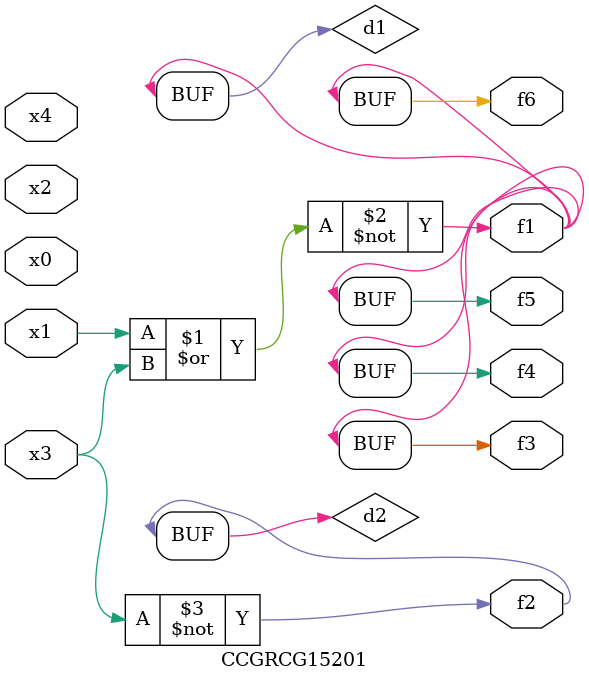
<source format=v>
module CCGRCG15201(
	input x0, x1, x2, x3, x4,
	output f1, f2, f3, f4, f5, f6
);

	wire d1, d2;

	nor (d1, x1, x3);
	not (d2, x3);
	assign f1 = d1;
	assign f2 = d2;
	assign f3 = d1;
	assign f4 = d1;
	assign f5 = d1;
	assign f6 = d1;
endmodule

</source>
